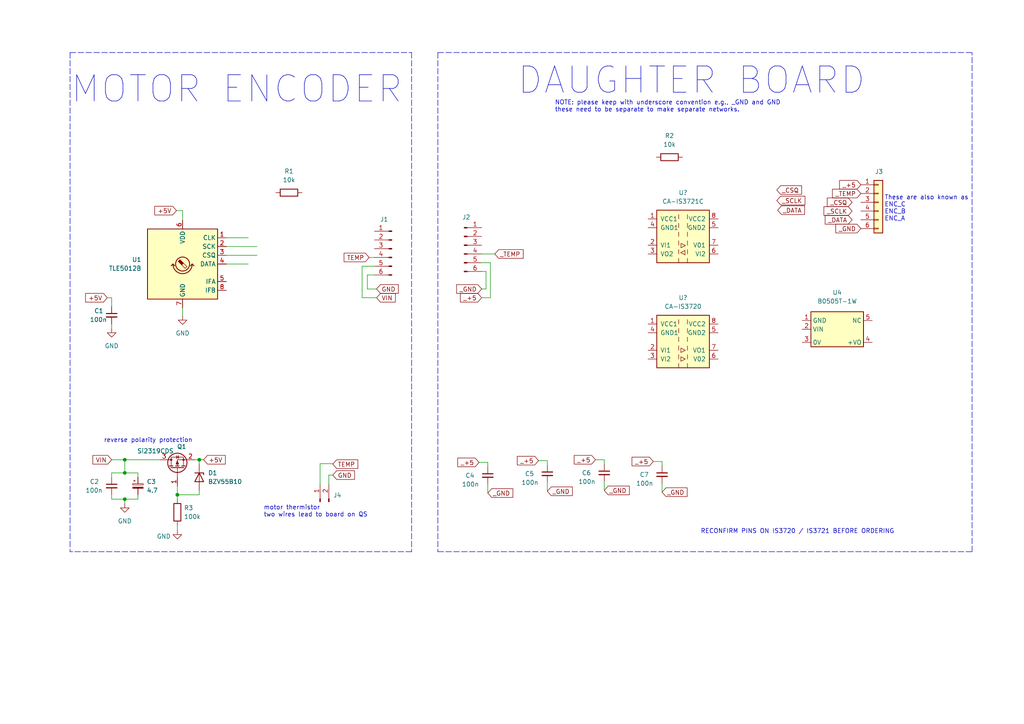
<source format=kicad_sch>
(kicad_sch (version 20211123) (generator eeschema)
  (paper "A4")
  (lib_symbols
    (symbol "Connector:Conn_01x02_Male" (pin_names (offset 1.016) hide)
      (property "Reference" "J" (at 0 2.54 0))
      (property "Value" "Conn_01x02_Male" (at 0 -5.08 0))
      (symbol "Conn_01x02_Male_1_1"
        (polyline (pts (xy 1.27 -2.54) (xy 0.8636 -2.54)) (stroke (width 0.1524)))
        (polyline (pts (xy 1.27 0) (xy 0.8636 0)) (stroke (width 0.1524)))
        (rectangle (start 0.8636 -2.413) (end 0 -2.667) (stroke (width 0.1524)) (fill (type outline)))
        (rectangle (start 0.8636 0.127) (end 0 -0.127) (stroke (width 0.1524)) (fill (type outline)))
        (pin passive line (at 5.08 0 180) (length 3.81) (name "Pin_1") (number "1"))
        (pin passive line (at 5.08 -2.54 180) (length 3.81) (name "Pin_2") (number "2"))
      )
    )
    (symbol "Connector:Conn_01x06_Male" (pin_names (offset 1.016) hide)
      (property "Reference" "J" (at 0 7.62 0))
      (property "Value" "Conn_01x06_Male" (at 0 -10.16 0))
      (symbol "Conn_01x06_Male_1_1"
        (polyline (pts (xy 1.27 -7.62) (xy 0.8636 -7.62)) (stroke (width 0.1524)))
        (polyline (pts (xy 1.27 -5.08) (xy 0.8636 -5.08)) (stroke (width 0.1524)))
        (polyline (pts (xy 1.27 -2.54) (xy 0.8636 -2.54)) (stroke (width 0.1524)))
        (polyline (pts (xy 1.27 0) (xy 0.8636 0)) (stroke (width 0.1524)))
        (polyline (pts (xy 1.27 2.54) (xy 0.8636 2.54)) (stroke (width 0.1524)))
        (polyline (pts (xy 1.27 5.08) (xy 0.8636 5.08)) (stroke (width 0.1524)))
        (rectangle (start 0.8636 -7.493) (end 0 -7.747) (stroke (width 0.1524)) (fill (type outline)))
        (rectangle (start 0.8636 -4.953) (end 0 -5.207) (stroke (width 0.1524)) (fill (type outline)))
        (rectangle (start 0.8636 -2.413) (end 0 -2.667) (stroke (width 0.1524)) (fill (type outline)))
        (rectangle (start 0.8636 0.127) (end 0 -0.127) (stroke (width 0.1524)) (fill (type outline)))
        (rectangle (start 0.8636 2.667) (end 0 2.413) (stroke (width 0.1524)) (fill (type outline)))
        (rectangle (start 0.8636 5.207) (end 0 4.953) (stroke (width 0.1524)) (fill (type outline)))
        (pin passive line (at 5.08 5.08 180) (length 3.81) (name "Pin_1") (number "1"))
        (pin passive line (at 5.08 2.54 180) (length 3.81) (name "Pin_2") (number "2"))
        (pin passive line (at 5.08 0 180) (length 3.81) (name "Pin_3") (number "3"))
        (pin passive line (at 5.08 -2.54 180) (length 3.81) (name "Pin_4") (number "4"))
        (pin passive line (at 5.08 -5.08 180) (length 3.81) (name "Pin_5") (number "5"))
        (pin passive line (at 5.08 -7.62 180) (length 3.81) (name "Pin_6") (number "6"))
      )
    )
    (symbol "Connector_Generic:Conn_01x06" (pin_names (offset 1.016) hide)
      (property "Reference" "J" (at 0 7.62 0))
      (property "Value" "Conn_01x06" (at 0 -10.16 0))
      (symbol "Conn_01x06_1_1"
        (rectangle (start -1.27 -7.493) (end 0 -7.747) (stroke (width 0.1524)))
        (rectangle (start -1.27 -4.953) (end 0 -5.207) (stroke (width 0.1524)))
        (rectangle (start -1.27 -2.413) (end 0 -2.667) (stroke (width 0.1524)))
        (rectangle (start -1.27 0.127) (end 0 -0.127) (stroke (width 0.1524)))
        (rectangle (start -1.27 2.667) (end 0 2.413) (stroke (width 0.1524)))
        (rectangle (start -1.27 5.207) (end 0 4.953) (stroke (width 0.1524)))
        (rectangle (start -1.27 6.35) (end 1.27 -8.89) (stroke (width 0.254)) (fill (type background)))
        (pin passive line (at -5.08 5.08 0) (length 3.81) (name "Pin_1") (number "1"))
        (pin passive line (at -5.08 2.54 0) (length 3.81) (name "Pin_2") (number "2"))
        (pin passive line (at -5.08 0 0) (length 3.81) (name "Pin_3") (number "3"))
        (pin passive line (at -5.08 -2.54 0) (length 3.81) (name "Pin_4") (number "4"))
        (pin passive line (at -5.08 -5.08 0) (length 3.81) (name "Pin_5") (number "5"))
        (pin passive line (at -5.08 -7.62 0) (length 3.81) (name "Pin_6") (number "6"))
      )
    )
    (symbol "Converter_DCDC:B0505T-1W"
      (property "Reference" "U" (at -6.35 6.35 0))
      (property "Value" "B0505T-1W" (at 3.81 6.35 0))
      (symbol "B0505T-1W_0_1"
        (rectangle (start -7.62 5.08) (end 7.62 -5.08) (stroke (width 0.254)) (fill (type background)))
      )
      (symbol "B0505T-1W_1_1"
        (pin power_in line (at -10.16 2.54 0) (length 2.54) (name "GND") (number "1"))
        (pin power_in line (at -10.16 0 0) (length 2.54) (name "VIN") (number "2"))
        (pin power_in line (at -10.16 -3.81 0) (length 2.54) (name "0V") (number "3"))
        (pin power_out line (at 10.16 -3.81 180) (length 2.54) (name "+VO") (number "4"))
        (pin output line (at 10.16 2.54 180) (length 2.54) (name "NC") (number "5"))
      )
    )
    (symbol "Device:C_Polarized_Small" (pin_numbers hide) (pin_names (offset 0.254) hide)
      (property "Reference" "C" (at 0.254 1.778 0))
      (property "Value" "C_Polarized_Small" (at 0.254 -2.032 0))
      (symbol "C_Polarized_Small_0_1"
        (rectangle (start -1.524 -0.3048) (end 1.524 -0.6858) (fill (type outline)))
        (rectangle (start -1.524 0.6858) (end 1.524 0.3048))
        (polyline (pts (xy -1.27 1.524) (xy -0.762 1.524)))
        (polyline (pts (xy -1.016 1.27) (xy -1.016 1.778)))
      )
      (symbol "C_Polarized_Small_1_1"
        (pin passive line (at 0 2.54 270) (length 1.8542) (name "~") (number "1"))
        (pin passive line (at 0 -2.54 90) (length 1.8542) (name "~") (number "2"))
      )
    )
    (symbol "Device:C_Small" (pin_numbers hide) (pin_names (offset 0.254) hide)
      (property "Reference" "C" (at 0.254 1.778 0))
      (property "Value" "C_Small" (at 0.254 -2.032 0))
      (symbol "C_Small_0_1"
        (polyline (pts (xy -1.524 -0.508) (xy 1.524 -0.508)) (stroke (width 0.3302)))
        (polyline (pts (xy -1.524 0.508) (xy 1.524 0.508)) (stroke (width 0.3048)))
      )
      (symbol "C_Small_1_1"
        (pin passive line (at 0 2.54 270) (length 2.032) (name "~") (number "1"))
        (pin passive line (at 0 -2.54 90) (length 2.032) (name "~") (number "2"))
      )
    )
    (symbol "Device:R" (pin_numbers hide) (pin_names (offset 0))
      (property "Reference" "R" (at 2.032 0 90))
      (property "Value" "R" (at 0 0 90))
      (symbol "R_0_1"
        (rectangle (start -1.016 -2.54) (end 1.016 2.54) (stroke (width 0.254)))
      )
      (symbol "R_1_1"
        (pin passive line (at 0 3.81 270) (length 1.27) (name "~") (number "1"))
        (pin passive line (at 0 -3.81 90) (length 1.27) (name "~") (number "2"))
      )
    )
    (symbol "Diode:BZV55B10" (pin_numbers hide) (pin_names hide)
      (property "Reference" "D" (at 0 2.54 0))
      (property "Value" "BZV55B10" (at 0 -2.54 0))
      (symbol "BZV55B10_0_1"
        (polyline (pts (xy 1.27 0) (xy -1.27 0)))
        (polyline (pts (xy -1.27 -1.27) (xy -1.27 1.27) (xy -0.762 1.27)) (stroke (width 0.254)))
        (polyline (pts (xy 1.27 -1.27) (xy 1.27 1.27) (xy -1.27 0) (xy 1.27 -1.27)) (stroke (width 0.254)))
      )
      (symbol "BZV55B10_1_1"
        (pin passive line (at -3.81 0 0) (length 2.54) (name "K") (number "1"))
        (pin passive line (at 3.81 0 180) (length 2.54) (name "A") (number "2"))
      )
    )
    (symbol "Isolator:CA-IS3720" (pin_names (offset 1.016))
      (property "Reference" "U" (at 0 10.795 0))
      (property "Value" "CA-IS3720" (at 0 8.89 0))
      (symbol "CA-IS3720_0_1"
        (rectangle (start -7.62 7.62) (end 7.62 -7.62) (stroke (width 0.254)) (fill (type background)))
        (polyline (pts (xy -1.27 -6.35) (xy -1.27 -7.62)))
        (polyline (pts (xy -1.27 -3.81) (xy -1.27 -5.08)))
        (polyline (pts (xy -1.27 -1.27) (xy -1.27 -2.54)))
        (polyline (pts (xy -1.27 1.27) (xy -1.27 0)))
        (polyline (pts (xy -1.27 3.81) (xy -1.27 2.54)))
        (polyline (pts (xy -1.27 6.35) (xy -1.27 5.08)))
        (polyline (pts (xy 1.27 -6.35) (xy 1.27 -7.62)))
        (polyline (pts (xy 1.27 -3.81) (xy 1.27 -5.08)))
        (polyline (pts (xy 1.27 -1.27) (xy 1.27 -2.54)))
        (polyline (pts (xy 1.27 1.27) (xy 1.27 0)))
        (polyline (pts (xy 1.27 3.81) (xy 1.27 2.54)))
        (polyline (pts (xy 1.27 6.35) (xy 1.27 5.08)))
        (polyline (pts (xy -0.635 -4.445) (xy -0.635 -5.715) (xy 0.635 -5.08) (xy -0.635 -4.445)))
        (polyline (pts (xy -0.635 -1.905) (xy -0.635 -3.175) (xy 0.635 -2.54) (xy -0.635 -1.905)))
      )
      (symbol "CA-IS3720_1_1"
        (pin power_in line (at -10.16 5.08 0) (length 2.54) (name "VCC1") (number "1"))
        (pin input line (at -10.16 -2.54 0) (length 2.54) (name "VI1") (number "2"))
        (pin input line (at -10.16 -5.08 0) (length 2.54) (name "VI2") (number "3"))
        (pin power_in line (at -10.16 2.54 0) (length 2.54) (name "GND1") (number "4"))
        (pin power_in line (at 10.16 2.54 180) (length 2.54) (name "GND2") (number "5"))
        (pin output line (at 10.16 -5.08 180) (length 2.54) (name "V02") (number "6"))
        (pin output line (at 10.16 -2.54 180) (length 2.54) (name "VO1") (number "7"))
        (pin power_in line (at 10.16 5.08 180) (length 2.54) (name "VCC2") (number "8"))
      )
    )
    (symbol "Isolator:CA-IS3721C" (pin_names (offset 1.016))
      (property "Reference" "U" (at 0 10.795 0))
      (property "Value" "CA-IS3721C" (at 0 8.89 0))
      (symbol "CA-IS3721C_0_1"
        (rectangle (start -7.62 7.62) (end 7.62 -7.62) (stroke (width 0.254)) (fill (type background)))
        (polyline (pts (xy -1.27 -6.35) (xy -1.27 -7.62)))
        (polyline (pts (xy -1.27 -3.81) (xy -1.27 -5.08)))
        (polyline (pts (xy -1.27 -1.27) (xy -1.27 -2.54)))
        (polyline (pts (xy -1.27 1.27) (xy -1.27 0)))
        (polyline (pts (xy -1.27 3.81) (xy -1.27 2.54)))
        (polyline (pts (xy -1.27 6.35) (xy -1.27 5.08)))
        (polyline (pts (xy 1.27 -6.35) (xy 1.27 -7.62)))
        (polyline (pts (xy 1.27 -3.81) (xy 1.27 -5.08)))
        (polyline (pts (xy 1.27 -1.27) (xy 1.27 -2.54)))
        (polyline (pts (xy 1.27 1.27) (xy 1.27 0)))
        (polyline (pts (xy 1.27 3.81) (xy 1.27 2.54)))
        (polyline (pts (xy 1.27 6.35) (xy 1.27 5.08)))
        (polyline (pts (xy 0.5588 -5.334) (xy 0.5588 -4.064) (xy -0.7112 -4.699) (xy 0.5588 -5.334)))
        (polyline (pts (xy 0.6604 -2.6416) (xy -0.6096 -3.2766) (xy -0.6096 -2.0066) (xy 0.6604 -2.6416)))
      )
      (symbol "CA-IS3721C_1_1"
        (pin power_in line (at -10.16 5.08 0) (length 2.54) (name "VCC1") (number "1"))
        (pin input line (at -10.16 -2.54 0) (length 2.54) (name "VI1") (number "2"))
        (pin output line (at -10.16 -5.08 0) (length 2.54) (name "VO2") (number "3"))
        (pin power_in line (at -10.16 2.54 0) (length 2.54) (name "GND1") (number "4"))
        (pin power_in line (at 10.16 2.54 180) (length 2.54) (name "GND2") (number "5"))
        (pin input line (at 10.16 -5.08 180) (length 2.54) (name "VI2") (number "6"))
        (pin output line (at 10.16 -2.54 180) (length 2.54) (name "V01") (number "7"))
        (pin power_in line (at 10.16 5.08 180) (length 2.54) (name "VCC2") (number "8"))
      )
    )
    (symbol "Sensor_Magnetic:TLE5012B"
      (property "Reference" "U1" (at 0.5206 15.494 0))
      (property "Value" "TLE5012B" (at -3.81 13.97 0))
      (symbol "TLE5012B_0_1"
        (rectangle (start -10.16 10.16) (end 10.16 -10.16) (stroke (width 0.254)) (fill (type background)))
        (arc (start -2.794 0) (mid 0 -2.794) (end 2.794 0) (stroke (width 0.254)))
        (polyline (pts (xy -2.794 0) (xy -3.302 -0.508)) (stroke (width 0.254)))
        (polyline (pts (xy -2.794 0) (xy -2.286 -0.508)) (stroke (width 0.254)))
        (polyline (pts (xy 2.794 0) (xy 2.286 -0.508)) (stroke (width 0.254)))
        (polyline (pts (xy 2.794 0) (xy 3.302 -0.508)) (stroke (width 0.254)))
        (polyline (pts (xy 0.254 0.254) (xy 1.27 -0.762) (xy 0.762 -1.27) (xy -0.254 -0.254)))
        (polyline (pts (xy -0.762 1.27) (xy 0.254 0.254) (xy -0.254 -0.254) (xy -1.27 0.762) (xy -1.016 1.016) (xy -0.762 1.27) (xy -0.635 1.143)) (fill (type outline)))
        (circle (center 0 0) (radius 2.032) (stroke (width 0.254)))
      )
      (symbol "TLE5012B_1_1"
        (pin bidirectional line (at 12.7 7.62 180) (length 2.54) (name "CLK") (number "1"))
        (pin input line (at 12.7 5.08 180) (length 2.54) (name "SCK") (number "2"))
        (pin input line (at 12.7 2.54 180) (length 2.54) (name "CSQ") (number "3"))
        (pin bidirectional line (at 12.7 0 180) (length 2.54) (name "DATA") (number "4"))
        (pin bidirectional line (at 12.7 -5.08 180) (length 2.54) (name "IFA") (number "5"))
        (pin power_in line (at 0 12.7 270) (length 2.54) (name "VDD") (number "6"))
        (pin power_in line (at 0 -12.7 90) (length 2.54) (name "GND") (number "7"))
        (pin open_collector line (at 12.7 -7.62 180) (length 2.54) (name "IFB") (number "8"))
      )
    )
    (symbol "Transistor_FET:Si2319CDS" (pin_names hide)
      (property "Reference" "Q" (at 5.08 1.905 0))
      (property "Value" "Si2319CDS" (at 5.08 0 0))
      (symbol "Si2319CDS_0_1"
        (polyline (pts (xy 0.254 0) (xy -2.54 0)))
        (polyline (pts (xy 0.254 1.905) (xy 0.254 -1.905)) (stroke (width 0.254)))
        (polyline (pts (xy 0.762 -1.27) (xy 0.762 -2.286)) (stroke (width 0.254)))
        (polyline (pts (xy 0.762 0.508) (xy 0.762 -0.508)) (stroke (width 0.254)))
        (polyline (pts (xy 0.762 2.286) (xy 0.762 1.27)) (stroke (width 0.254)))
        (polyline (pts (xy 2.54 2.54) (xy 2.54 1.778)))
        (polyline (pts (xy 2.54 -2.54) (xy 2.54 0) (xy 0.762 0)))
        (polyline (pts (xy 0.762 1.778) (xy 3.302 1.778) (xy 3.302 -1.778) (xy 0.762 -1.778)))
        (polyline (pts (xy 2.286 0) (xy 1.27 0.381) (xy 1.27 -0.381) (xy 2.286 0)) (fill (type outline)))
        (polyline (pts (xy 2.794 -0.508) (xy 2.921 -0.381) (xy 3.683 -0.381) (xy 3.81 -0.254)))
        (polyline (pts (xy 3.302 -0.381) (xy 2.921 0.254) (xy 3.683 0.254) (xy 3.302 -0.381)))
        (circle (center 1.651 0) (radius 2.794) (stroke (width 0.254)))
        (circle (center 2.54 -1.778) (radius 0.254) (fill (type outline)))
        (circle (center 2.54 1.778) (radius 0.254) (fill (type outline)))
      )
      (symbol "Si2319CDS_1_1"
        (pin input line (at -5.08 0 0) (length 2.54) (name "G") (number "1"))
        (pin passive line (at 2.54 -5.08 90) (length 2.54) (name "S") (number "2"))
        (pin passive line (at 2.54 5.08 270) (length 2.54) (name "D") (number "3"))
      )
    )
    (symbol "power:GND" (power) (pin_names (offset 0))
      (property "Value" "GND" (at 0 -3.81 0))
      (symbol "GND_0_1"
        (polyline (pts (xy 0 0) (xy 0 -1.27) (xy 1.27 -1.27) (xy 0 -2.54) (xy -1.27 -1.27) (xy 0 -1.27)))
      )
      (symbol "GND_1_1"
        (pin power_in line (at 0 0 270) (length 0) hide (name "GND") (number "1"))
      )
    )
  )
  (junction (at 36.195 133.35))
  (junction (at 36.195 137.16))
  (junction (at 57.785 133.35))
  (junction (at 36.195 144.78))
  (junction (at 51.435 143.51))
  (wire (pts (xy 95.377 137.795) (xy 95.377 140.462)))
  (wire (pts (xy 156.21 133.604) (xy 158.75 133.604)))
  (wire (pts (xy 32.385 93.98) (xy 32.385 95.25)))
  (polyline (pts (xy 119.38 15.24) (xy 119.38 160.02)))
  (wire (pts (xy 65.659 76.581) (xy 72.009 76.581)))
  (wire (pts (xy 57.785 133.35) (xy 59.055 133.35)))
  (wire (pts (xy 106.553 79.756) (xy 108.585 79.756)))
  (wire (pts (xy 96.52 137.795) (xy 95.377 137.795)))
  (wire (pts (xy 138.938 134.112) (xy 141.478 134.112)))
  (wire (pts (xy 65.659 74.041) (xy 74.549 74.041)))
  (polyline (pts (xy 127 15.24) (xy 127 160.02)))
  (polyline (pts (xy 119.38 160.02) (xy 20.32 160.02)))
  (wire (pts (xy 139.7 83.82) (xy 140.97 83.82)))
  (wire (pts (xy 141.478 134.112) (xy 141.478 135.382)))
  (wire (pts (xy 142.24 76.2) (xy 139.7 76.2)))
  (wire (pts (xy 140.97 78.74) (xy 139.7 78.74)))
  (wire (pts (xy 105.029 77.216) (xy 108.585 77.216)))
  (wire (pts (xy 158.75 133.604) (xy 158.75 134.874)))
  (wire (pts (xy 175.26 133.35) (xy 175.26 134.62)))
  (wire (pts (xy 172.72 133.35) (xy 175.26 133.35)))
  (wire (pts (xy 32.385 88.9) (xy 32.385 86.36)))
  (wire (pts (xy 105.029 86.36) (xy 105.029 77.216)))
  (wire (pts (xy 142.24 86.36) (xy 142.24 76.2)))
  (wire (pts (xy 32.385 86.36) (xy 31.115 86.36)))
  (wire (pts (xy 105.029 86.36) (xy 109.22 86.36)))
  (wire (pts (xy 32.385 143.51) (xy 32.385 144.78)))
  (wire (pts (xy 107.061 74.676) (xy 108.585 74.676)))
  (wire (pts (xy 92.837 134.493) (xy 92.837 140.462)))
  (wire (pts (xy 56.515 133.35) (xy 57.785 133.35)))
  (wire (pts (xy 139.7 86.36) (xy 142.24 86.36)))
  (wire (pts (xy 36.195 144.78) (xy 40.005 144.78)))
  (wire (pts (xy 52.959 61.087) (xy 51.181 61.087)))
  (wire (pts (xy 32.385 138.43) (xy 32.385 137.16)))
  (wire (pts (xy 158.75 139.954) (xy 158.75 142.494)))
  (wire (pts (xy 175.26 139.7) (xy 175.26 142.24)))
  (wire (pts (xy 36.195 137.16) (xy 40.005 137.16)))
  (wire (pts (xy 96.52 134.493) (xy 92.837 134.493)))
  (wire (pts (xy 51.435 143.51) (xy 57.785 143.51)))
  (wire (pts (xy 40.005 144.78) (xy 40.005 143.51)))
  (wire (pts (xy 52.959 89.281) (xy 52.959 91.567)))
  (wire (pts (xy 106.553 83.82) (xy 106.553 79.756)))
  (wire (pts (xy 36.195 133.35) (xy 36.195 137.16)))
  (polyline (pts (xy 127 160.02) (xy 281.94 160.02)))
  (wire (pts (xy 189.484 133.858) (xy 192.024 133.858)))
  (wire (pts (xy 57.785 133.35) (xy 57.785 134.62)))
  (wire (pts (xy 36.195 144.78) (xy 36.195 146.05)))
  (polyline (pts (xy 20.32 15.24) (xy 20.32 160.02)))
  (wire (pts (xy 65.659 68.961) (xy 72.009 68.961)))
  (wire (pts (xy 141.478 140.462) (xy 141.478 143.002)))
  (wire (pts (xy 51.435 140.97) (xy 51.435 143.51)))
  (wire (pts (xy 192.024 133.858) (xy 192.024 135.128)))
  (wire (pts (xy 139.7 73.66) (xy 143.51 73.66)))
  (wire (pts (xy 57.785 142.24) (xy 57.785 143.51)))
  (wire (pts (xy 32.385 133.35) (xy 36.195 133.35)))
  (wire (pts (xy 51.435 152.4) (xy 51.435 153.797)))
  (wire (pts (xy 65.659 71.501) (xy 74.549 71.501)))
  (wire (pts (xy 40.005 138.43) (xy 40.005 137.16)))
  (wire (pts (xy 32.385 137.16) (xy 36.195 137.16)))
  (polyline (pts (xy 20.32 15.24) (xy 119.38 15.24)))
  (wire (pts (xy 192.024 140.208) (xy 192.024 142.748)))
  (wire (pts (xy 106.553 83.82) (xy 109.22 83.82)))
  (polyline (pts (xy 127 15.24) (xy 281.94 15.24)))
  (wire (pts (xy 32.385 144.78) (xy 36.195 144.78)))
  (wire (pts (xy 140.97 83.82) (xy 140.97 78.74)))
  (polyline (pts (xy 281.94 160.02) (xy 281.94 15.24)))
  (wire (pts (xy 36.195 133.35) (xy 46.355 133.35)))
  (wire (pts (xy 52.959 63.881) (xy 52.959 61.087)))
  (wire (pts (xy 51.435 143.51) (xy 51.435 144.78)))
  (text "MOTOR ENCODER" (at 20.32 30.48 0) (effects (font (size 7.62 7.62)) (justify left bottom)))
  (text "motor thermistor\ntwo wires lead to board on QS" (at 76.454 150.114 0) (effects (font (size 1.27 1.27)) (justify left bottom)))
  (text "reverse polarity protection" (at 30.099 128.524 0) (effects (font (size 1.27 1.27)) (justify left bottom)))
  (text "DAUGHTER BOARD" (at 149.86 27.94 0) (effects (font (size 7.62 7.62)) (justify left bottom)))
  (text "These are also known as\nENC_C\nENC_B\nENC_A" (at 256.54 64.262 0) (effects (font (size 1.27 1.27)) (justify left bottom)))
  (text "NOTE: please keep with underscore convention e.g., _GND and GND \nthese need to be separate to make separate networks." (at 160.909 32.639 0) (effects (font (size 1.27 1.27)) (justify left bottom)))
  (text "RECONFIRM PINS ON IS3720 / IS3721 BEFORE ORDERING" (at 203.2 154.94 0) (effects (font (size 1.27 1.27)) (justify left bottom)))
  (global_label "_GND" (shape input) (at 249.682 66.294 180) (property "Intersheet References" "${INTERSHEET_REFS}" (effects hide)))
  (global_label "_CSQ" (shape input) (at 247.142 58.674 180) (property "Intersheet References" "${INTERSHEET_REFS}" (effects hide)))
  (global_label "_+5" (shape input) (at 138.938 134.112 180) (property "Intersheet References" "${INTERSHEET_REFS}" (effects hide)))
  (global_label "GND" (shape input) (at 109.22 83.82 0) (property "Intersheet References" "${INTERSHEET_REFS}" (effects hide)))
  (global_label "_DATA" (shape input) (at 225.552 60.96 0) (property "Intersheet References" "${INTERSHEET_REFS}" (effects hide)))
  (global_label "_+5" (shape input) (at 172.72 133.35 180) (property "Intersheet References" "${INTERSHEET_REFS}" (effects hide)))
  (global_label "+5V" (shape input) (at 59.055 133.35 0) (property "Intersheet References" "${INTERSHEET_REFS}" (effects hide)))
  (global_label "_TEMP" (shape input) (at 143.51 73.66 0) (property "Intersheet References" "${INTERSHEET_REFS}" (effects hide)))
  (global_label "_SCLK" (shape input) (at 247.142 61.214 180) (property "Intersheet References" "${INTERSHEET_REFS}" (effects hide)))
  (global_label "_+5" (shape input) (at 189.484 133.858 180) (property "Intersheet References" "${INTERSHEET_REFS}" (effects hide)))
  (global_label "_GND" (shape input) (at 141.478 143.002 0) (property "Intersheet References" "${INTERSHEET_REFS}" (effects hide)))
  (global_label "VIN" (shape input) (at 109.22 86.36 0) (property "Intersheet References" "${INTERSHEET_REFS}" (effects hide)))
  (global_label "+5V" (shape input) (at 31.115 86.36 180) (property "Intersheet References" "${INTERSHEET_REFS}" (effects hide)))
  (global_label "_GND" (shape input) (at 139.7 83.82 180) (property "Intersheet References" "${INTERSHEET_REFS}" (effects hide)))
  (global_label "GND" (shape input) (at 96.52 137.795 0) (property "Intersheet References" "${INTERSHEET_REFS}" (effects hide)))
  (global_label "+5V" (shape input) (at 51.181 61.087 180) (property "Intersheet References" "${INTERSHEET_REFS}" (effects hide)))
  (global_label "_CSQ" (shape input) (at 225.298 55.118 0) (property "Intersheet References" "${INTERSHEET_REFS}" (effects hide)))
  (global_label "_+5" (shape input) (at 139.7 86.36 180) (property "Intersheet References" "${INTERSHEET_REFS}" (effects hide)))
  (global_label "TEMP" (shape input) (at 96.52 134.62 0) (property "Intersheet References" "${INTERSHEET_REFS}" (effects hide)))
  (global_label "_GND" (shape input) (at 192.024 142.748 0) (property "Intersheet References" "${INTERSHEET_REFS}" (effects hide)))
  (global_label "TEMP" (shape input) (at 107.061 74.676 180) (property "Intersheet References" "${INTERSHEET_REFS}" (effects hide)))
  (global_label "VIN" (shape input) (at 32.385 133.35 180) (property "Intersheet References" "${INTERSHEET_REFS}" (effects hide)))
  (global_label "_+5" (shape input) (at 249.682 53.594 180) (property "Intersheet References" "${INTERSHEET_REFS}" (effects hide)))
  (global_label "_DATA" (shape input) (at 247.142 63.754 180) (property "Intersheet References" "${INTERSHEET_REFS}" (effects hide)))
  (global_label "_+5" (shape input) (at 156.21 133.604 180) (property "Intersheet References" "${INTERSHEET_REFS}" (effects hide)))
  (global_label "_GND" (shape input) (at 158.75 142.494 0) (property "Intersheet References" "${INTERSHEET_REFS}" (effects hide)))
  (global_label "_SCLK" (shape input) (at 225.298 58.166 0) (property "Intersheet References" "${INTERSHEET_REFS}" (effects hide)))
  (global_label "_GND" (shape input) (at 175.26 142.24 0) (property "Intersheet References" "${INTERSHEET_REFS}" (effects hide)))
  (global_label "_TEMP" (shape input) (at 249.682 56.134 180) (property "Intersheet References" "${INTERSHEET_REFS}" (effects hide)))
  (symbol (lib_id "Connector:Conn_01x06_Male") (at 134.62 71.12 0) (unit 1)
    (property "Reference" "J2" (at 135.255 62.992 0))
    (property "Value" "Conn_01x06_Male" (effects hide))
    (property "Footprint" "Connector_PinHeader_2.54mm:PinHeader_1x06_P2.54mm_Vertical" (effects hide))
  )
  (symbol (lib_id "Device:C_Small") (at 158.75 137.414 0) (unit 1)
    (property "Reference" "C5" (at 154.94 137.414 0) (effects (justify right)))
    (property "Value" "100n" (at 156.21 139.954 0) (effects (justify right)))
    (property "Footprint" "Capacitor_SMD:C_0603_1608Metric" (effects hide))
  )
  (symbol (lib_id "Sensor_Magnetic:TLE5012B") (at 52.959 76.581 0) (unit 1)
    (property "Reference" "U1" (at 41.021 75.3109 0) (effects (justify right)))
    (property "Value" "TLE5012B" (at 41.021 77.8509 0) (effects (justify right)))
    (property "Footprint" "Package_SO:SOIC-8_3.9x4.9mm_P1.27mm" (effects hide))
    (property "Datasheet" " https://www.infineon.com/dgdl/Infineon-TLE5012B_Exxxx-DataSheet-v02_01-EN.pdf" (effects hide))
  )
  (symbol (lib_id "Device:C_Small") (at 32.385 140.97 0) (mirror y) (unit 1)
    (property "Reference" "C2" (at 26.035 139.7 0) (effects (justify right)))
    (property "Value" "100n" (at 24.765 142.24 0) (effects (justify right)))
    (property "Footprint" "Capacitor_SMD:C_0603_1608Metric" (effects hide))
  )
  (symbol (lib_id "Device:C_Small") (at 141.478 137.922 0) (unit 1)
    (property "Reference" "C4" (at 137.668 137.922 0) (effects (justify right)))
    (property "Value" "100n" (at 138.938 140.462 0) (effects (justify right)))
    (property "Footprint" "Capacitor_SMD:C_0603_1608Metric" (effects hide))
  )
  (symbol (lib_id "Device:R") (at 83.82 55.88 90) (mirror x) (unit 1)
    (property "Reference" "R1" (at 83.82 49.657 90))
    (property "Value" "10k" (at 83.82 52.197 90))
    (property "Footprint" "Resistor_SMD:R_0603_1608Metric" (effects hide))
  )
  (symbol (lib_id "Isolator:CA-IS3721C") (at 198.12 68.58 0) (unit 1)
    (property "Reference" "U?" (at 198.12 55.88 0))
    (property "Value" "CA-IS3721C" (at 198.12 58.42 0))
    (property "Footprint" "Package_SO:SOIC-8_3.9x4.9mm_P1.27mm" (effects hide))
    (property "Datasheet" "http://www.ti.com/general/docs/lit/getliterature.tsp?genericPartNumber=iso7321c&fileType=pdf" (effects hide))
  )
  (symbol (lib_id "power:GND") (at 52.959 91.567 0) (unit 1)
    (property "Reference" "#PWR02" (effects hide))
    (property "Value" "GND" (at 52.959 96.647 0))
  )
  (symbol (lib_id "Device:C_Small") (at 192.024 137.668 0) (unit 1)
    (property "Reference" "C7" (at 188.214 137.668 0) (effects (justify right)))
    (property "Value" "100n" (at 189.484 140.208 0) (effects (justify right)))
    (property "Footprint" "Capacitor_SMD:C_0603_1608Metric" (effects hide))
  )
  (symbol (lib_id "Device:C_Small") (at 32.385 91.44 0) (mirror y) (unit 1)
    (property "Reference" "C1" (at 27.305 90.17 0) (effects (justify right)))
    (property "Value" "100n" (at 26.035 92.71 0) (effects (justify right)))
    (property "Footprint" "Capacitor_SMD:C_0603_1608Metric" (effects hide))
  )
  (symbol (lib_id "Transistor_FET:Si2319CDS") (at 51.435 135.89 90) (unit 1)
    (property "Reference" "Q1" (at 52.705 129.54 90))
    (property "Value" "Si2319CDS" (at 45.085 130.81 90))
    (property "Footprint" "Package_TO_SOT_SMD:SOT-23" (effects hide))
    (property "Datasheet" "http://www.vishay.com/docs/66709/si2319cd.pdf" (effects hide))
  )
  (symbol (lib_id "Connector:Conn_01x02_Male") (at 92.837 145.542 90) (unit 1)
    (property "Reference" "J4" (at 96.647 143.6369 90) (effects (justify right)))
    (property "Value" "Conn_01x02_Male" (effects hide))
    (property "Footprint" "Connector_PinHeader_2.54mm:PinHeader_1x02_P2.54mm_Vertical" (effects hide))
  )
  (symbol (lib_id "power:GND") (at 36.195 146.05 0) (unit 1)
    (property "Reference" "#PWR08" (effects hide))
    (property "Value" "GND" (at 36.195 151.13 0))
  )
  (symbol (lib_id "Isolator:CA-IS3720") (at 198.12 99.06 0) (unit 1)
    (property "Reference" "U?" (at 198.12 86.36 0))
    (property "Value" "CA-IS3720" (at 198.12 88.9 0))
    (property "Footprint" "Package_SO:SOIC-8_3.9x4.9mm_P1.27mm" (effects hide))
    (property "Datasheet" "http://www.ti.com/general/docs/lit/getliterature.tsp?genericPartNumber=iso7320c&fileType=pdf" (effects hide))
  )
  (symbol (lib_id "power:GND") (at 32.385 95.25 0) (mirror y) (unit 1)
    (property "Reference" "#PWR01" (effects hide))
    (property "Value" "GND" (at 32.385 100.33 0))
  )
  (symbol (lib_id "Diode:BZV55B10") (at 57.785 138.43 270) (unit 1)
    (property "Reference" "D1" (at 60.325 137.1599 90) (effects (justify left)))
    (property "Value" "BZV55B10" (at 60.325 139.6999 90) (effects (justify left)))
    (property "Footprint" "Diode_SMD:D_MiniMELF" (effects hide))
    (property "Datasheet" "https://assets.nexperia.com/documents/data-sheet/BZV55_SER.pdf" (effects hide))
  )
  (symbol (lib_id "Converter_DCDC:B0505T-1W") (at 242.824 95.504 0) (unit 1)
    (property "Reference" "U4" (at 242.824 84.836 0))
    (property "Value" "B0505T-1W" (at 242.824 87.376 0))
    (property "Footprint" "EASY_EDA:PWRM-SMD_B0505XT-1WR2" (effects hide))
    (property "Datasheet" "https://www.lcsc.com/product-detail/Power-Modules_B0505T-1W_C30338.html" (effects hide))
    (property "LCSC" "C30338" (effects hide))
  )
  (symbol (lib_id "power:GND") (at 51.435 153.797 0) (unit 1)
    (property "Reference" "#PWR07" (effects hide))
    (property "Value" "GND" (at 47.498 155.575 0))
  )
  (symbol (lib_id "Device:C_Small") (at 175.26 137.16 0) (unit 1)
    (property "Reference" "C6" (at 171.45 137.16 0) (effects (justify right)))
    (property "Value" "100n" (at 172.72 139.7 0) (effects (justify right)))
    (property "Footprint" "Capacitor_SMD:C_0603_1608Metric" (effects hide))
  )
  (symbol (lib_id "Connector:Conn_01x06_Male") (at 113.665 72.136 0) (mirror y) (unit 1)
    (property "Reference" "J1" (at 110.236 63.627 0) (effects (justify right)))
    (property "Value" "Conn_01x06_Male" (effects hide))
    (property "Footprint" "Connector_PinHeader_2.54mm:PinHeader_1x06_P2.54mm_Vertical" (effects hide))
  )
  (symbol (lib_id "Device:C_Polarized_Small") (at 40.005 140.97 0) (unit 1)
    (property "Reference" "C3" (at 42.545 139.7 0) (effects (justify left)))
    (property "Value" "4.7" (at 42.545 142.24 0) (effects (justify left)))
    (property "Footprint" "Capacitor_Tantalum_SMD:CP_EIA-3216-18_Kemet-A" (effects hide))
    (property "Datasheet" "https://datasheet.lcsc.com/lcsc/1810191222_Samsung-Electro-Mechanics-CL05B104KB54PNC_C307331.pdf" (effects hide))
    (property "LCSC" "C110055" (effects hide))
  )
  (symbol (lib_id "Device:R") (at 51.435 148.59 0) (unit 1)
    (property "Reference" "R3" (at 53.34 147.3199 0) (effects (justify left)))
    (property "Value" "100k" (at 53.34 149.8599 0) (effects (justify left)))
    (property "Footprint" "Resistor_SMD:R_0603_1608Metric" (effects hide))
  )
  (symbol (lib_id "Device:R") (at 194.183 45.593 90) (mirror x) (unit 1)
    (property "Reference" "R2" (at 194.183 39.37 90))
    (property "Value" "10k" (at 194.183 41.91 90))
    (property "Footprint" "Resistor_SMD:R_0603_1608Metric" (effects hide))
  )
  (symbol (lib_id "Connector_Generic:Conn_01x06") (at 254.762 58.674 0) (unit 1)
    (property "Reference" "J3" (at 253.746 49.784 0) (effects (justify left)))
    (property "Value" "Conn_01x06" (effects hide))
    (property "Footprint" "Connector_JST:my_JST_1x06_P2.00mm_Vertical" (effects hide))
  )
)
</source>
